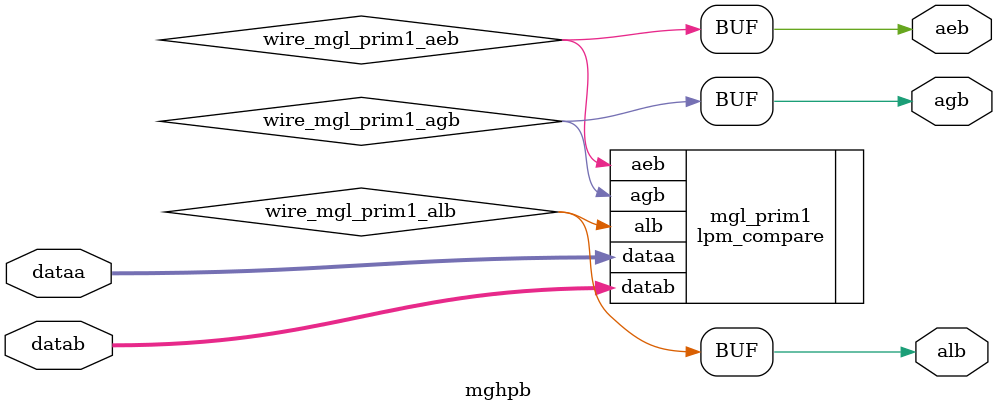
<source format=v>






//synthesis_resources = lpm_compare 1 
//synopsys translate_off
`timescale 1 ps / 1 ps
//synopsys translate_on
module  mghpb
	( 
	aeb,
	agb,
	alb,
	dataa,
	datab) /* synthesis synthesis_clearbox=1 */;
	output   aeb;
	output   agb;
	output   alb;
	input   [63:0]  dataa;
	input   [63:0]  datab;

	wire  wire_mgl_prim1_aeb;
	wire  wire_mgl_prim1_agb;
	wire  wire_mgl_prim1_alb;

	lpm_compare   mgl_prim1
	( 
	.aeb(wire_mgl_prim1_aeb),
	.agb(wire_mgl_prim1_agb),
	.alb(wire_mgl_prim1_alb),
	.dataa(dataa),
	.datab(datab));
	defparam
		mgl_prim1.lpm_representation = "SIGNED",
		mgl_prim1.lpm_type = "LPM_COMPARE",
		mgl_prim1.lpm_width = 64;
	assign
		aeb = wire_mgl_prim1_aeb,
		agb = wire_mgl_prim1_agb,
		alb = wire_mgl_prim1_alb;
endmodule //mghpb
//VALID FILE

</source>
